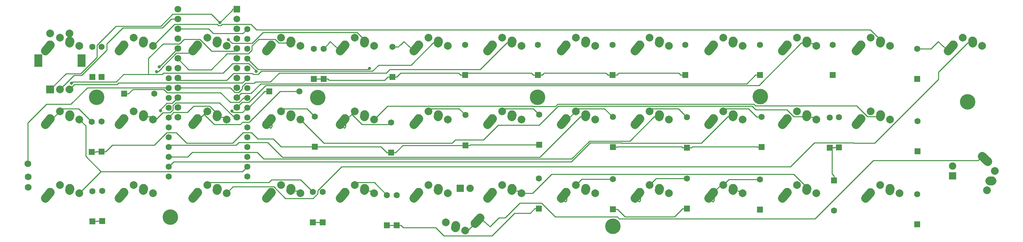
<source format=gtl>
G04 #@! TF.GenerationSoftware,KiCad,Pcbnew,(5.1.5)-3*
G04 #@! TF.CreationDate,2020-01-08T01:13:46+02:00*
G04 #@! TF.ProjectId,PRKL30,50524b4c-3330-42e6-9b69-6361645f7063,rev?*
G04 #@! TF.SameCoordinates,Original*
G04 #@! TF.FileFunction,Copper,L1,Top*
G04 #@! TF.FilePolarity,Positive*
%FSLAX46Y46*%
G04 Gerber Fmt 4.6, Leading zero omitted, Abs format (unit mm)*
G04 Created by KiCad (PCBNEW (5.1.5)-3) date 2020-01-08 01:13:46*
%MOMM*%
%LPD*%
G04 APERTURE LIST*
%ADD10C,1.600000*%
%ADD11R,1.600000X1.600000*%
%ADD12C,1.752600*%
%ADD13R,1.752600X1.752600*%
%ADD14C,2.250000*%
%ADD15C,2.250000*%
%ADD16C,2.000000*%
%ADD17C,1.905000*%
%ADD18R,1.905000X1.905000*%
%ADD19R,2.000000X2.000000*%
%ADD20R,2.000000X3.200000*%
%ADD21C,4.000000*%
%ADD22C,0.800000*%
%ADD23C,0.250000*%
G04 APERTURE END LIST*
D10*
X90005000Y-68710000D03*
X90005000Y-71250000D03*
X90005000Y-73790000D03*
X90005000Y-76330000D03*
X90005000Y-78870000D03*
X90005000Y-81410000D03*
X90005000Y-83950000D03*
X90005000Y-86490000D03*
X90005000Y-89030000D03*
X90005000Y-96650000D03*
X90005000Y-91570000D03*
X90005000Y-94110000D03*
X110325000Y-58550000D03*
X110325000Y-61090000D03*
X110325000Y-63630000D03*
X110325000Y-66170000D03*
X110325000Y-68710000D03*
X110325000Y-71250000D03*
X110325000Y-73790000D03*
X110325000Y-76330000D03*
X110325000Y-78870000D03*
X110325000Y-81410000D03*
X110325000Y-83950000D03*
X110325000Y-86490000D03*
X110325000Y-89030000D03*
X110325000Y-91570000D03*
X110325000Y-94110000D03*
X110325000Y-96650000D03*
X127508000Y-63664000D03*
D11*
X127508000Y-71464000D03*
D12*
X92380000Y-53430000D03*
X107620000Y-81370000D03*
X92380000Y-55970000D03*
X92380000Y-58510000D03*
X92380000Y-61050000D03*
X92380000Y-63590000D03*
X92380000Y-66130000D03*
X92380000Y-68670000D03*
X92380000Y-71210000D03*
X92380000Y-73750000D03*
X92380000Y-76290000D03*
X92380000Y-78830000D03*
X92380000Y-81370000D03*
X107620000Y-78830000D03*
X107620000Y-76290000D03*
X107620000Y-73750000D03*
X107620000Y-71210000D03*
X107620000Y-68670000D03*
X107620000Y-66130000D03*
X107620000Y-63590000D03*
X107620000Y-61050000D03*
X107620000Y-58510000D03*
X107620000Y-55970000D03*
D13*
X107620000Y-53430000D03*
D10*
X70300000Y-63156000D03*
D11*
X70300000Y-70956000D03*
D10*
X72644000Y-63156000D03*
D11*
X72644000Y-70956000D03*
D10*
X86300000Y-75300000D03*
D11*
X78500000Y-75300000D03*
D10*
X130048000Y-63664000D03*
D11*
X130048000Y-71464000D03*
X147828000Y-70956000D03*
D10*
X147828000Y-63156000D03*
D11*
X166624000Y-70448000D03*
D10*
X166624000Y-62648000D03*
D11*
X185420000Y-70448000D03*
D10*
X185420000Y-62648000D03*
D11*
X204724000Y-70448000D03*
D10*
X204724000Y-62648000D03*
D11*
X223520000Y-70448000D03*
D10*
X223520000Y-62648000D03*
D11*
X242824000Y-70448000D03*
D10*
X242824000Y-62648000D03*
D11*
X261620000Y-70448000D03*
D10*
X261620000Y-62648000D03*
D11*
X283464000Y-71464000D03*
D10*
X283464000Y-63664000D03*
D11*
X70104000Y-90311000D03*
D10*
X70104000Y-82511000D03*
D11*
X72644000Y-90260000D03*
D10*
X72644000Y-82460000D03*
D11*
X115988000Y-74676000D03*
D10*
X123788000Y-74676000D03*
D11*
X127800000Y-89000000D03*
D10*
X127800000Y-81200000D03*
D11*
X147530000Y-90530000D03*
D10*
X147530000Y-82730000D03*
D11*
X166700000Y-88600000D03*
D10*
X166700000Y-80800000D03*
D11*
X185800000Y-88500000D03*
D10*
X185800000Y-80700000D03*
X204800000Y-81300000D03*
D11*
X204800000Y-89100000D03*
D10*
X224000000Y-81400000D03*
D11*
X224000000Y-89200000D03*
D10*
X243300000Y-81300000D03*
D11*
X243300000Y-89100000D03*
D10*
X260880000Y-81410000D03*
D11*
X260880000Y-89210000D03*
D10*
X263260000Y-81350000D03*
D11*
X263260000Y-89150000D03*
D10*
X70300000Y-100500000D03*
D11*
X70300000Y-108300000D03*
D10*
X72800000Y-100400000D03*
D11*
X72800000Y-108200000D03*
D10*
X127300000Y-100700000D03*
D11*
X127300000Y-108500000D03*
D10*
X129800000Y-100700000D03*
D11*
X129800000Y-108500000D03*
D10*
X146420000Y-101480000D03*
D11*
X146420000Y-109280000D03*
D10*
X148930000Y-101500000D03*
D11*
X148930000Y-109300000D03*
D10*
X185740000Y-97210000D03*
D11*
X185740000Y-105010000D03*
D10*
X204870000Y-97380000D03*
D11*
X204870000Y-105180000D03*
D10*
X224000000Y-97210000D03*
D11*
X224000000Y-105010000D03*
X242850000Y-105260000D03*
D10*
X242850000Y-97460000D03*
D11*
X261980000Y-97665000D03*
D10*
X261980000Y-105465000D03*
D11*
X283464000Y-109056000D03*
D10*
X283464000Y-101256000D03*
D14*
X164188000Y-109275000D02*
X164148458Y-109855032D01*
D15*
X164148000Y-109855000D03*
D14*
X170498000Y-107315000D02*
X169188010Y-108775008D01*
D15*
X169188000Y-108775000D03*
D16*
X161688000Y-108575000D03*
X166688000Y-110675000D03*
D17*
X167958000Y-99695000D03*
D18*
X165418000Y-99695000D03*
D19*
X59412500Y-74175000D03*
D16*
X61912500Y-74175000D03*
X64412500Y-74175000D03*
D20*
X56312500Y-66675000D03*
X67512500Y-66675000D03*
D16*
X59412500Y-59675000D03*
X64412500Y-59675000D03*
D14*
X302200000Y-97750000D02*
X302780032Y-97789542D01*
D15*
X302780000Y-97790000D03*
D14*
X300240000Y-91440000D02*
X301700008Y-92749990D01*
D15*
X301700000Y-92750000D03*
D16*
X301500000Y-100250000D03*
X303600000Y-95250000D03*
D17*
X292620000Y-93980000D03*
D18*
X292620000Y-96520000D03*
D14*
X64412500Y-62175000D02*
X64452042Y-61594968D01*
D15*
X64452500Y-61595000D03*
D14*
X58102500Y-64135000D02*
X59412490Y-62674992D01*
D15*
X59412500Y-62675000D03*
D16*
X66912500Y-62875000D03*
X61912500Y-60775000D03*
X80962500Y-60775000D03*
X85962500Y-62875000D03*
D15*
X78462500Y-62675000D03*
D14*
X77152500Y-64135000D02*
X78462490Y-62674992D01*
D15*
X83502500Y-61595000D03*
D14*
X83462500Y-62175000D02*
X83502042Y-61594968D01*
X102512000Y-62175000D02*
X102551542Y-61594968D01*
D15*
X102552000Y-61595000D03*
D14*
X96202000Y-64135000D02*
X97511990Y-62674992D01*
D15*
X97512000Y-62675000D03*
D16*
X105012000Y-62875000D03*
X100012000Y-60775000D03*
X119062000Y-60775000D03*
X124062000Y-62875000D03*
D15*
X116562000Y-62675000D03*
D14*
X115252000Y-64135000D02*
X116561990Y-62674992D01*
D15*
X121602000Y-61595000D03*
D14*
X121562000Y-62175000D02*
X121601542Y-61594968D01*
D16*
X138112000Y-60775000D03*
X143112000Y-62875000D03*
D15*
X135612000Y-62675000D03*
D14*
X134302000Y-64135000D02*
X135611990Y-62674992D01*
D15*
X140652000Y-61595000D03*
D14*
X140612000Y-62175000D02*
X140651542Y-61594968D01*
D16*
X157162000Y-60775000D03*
X162162000Y-62875000D03*
D15*
X154662000Y-62675000D03*
D14*
X153352000Y-64135000D02*
X154661990Y-62674992D01*
D15*
X159702000Y-61595000D03*
D14*
X159662000Y-62175000D02*
X159701542Y-61594968D01*
D16*
X176212000Y-60775000D03*
X181212000Y-62875000D03*
D15*
X173712000Y-62675000D03*
D14*
X172402000Y-64135000D02*
X173711990Y-62674992D01*
D15*
X178752000Y-61595000D03*
D14*
X178712000Y-62175000D02*
X178751542Y-61594968D01*
D16*
X195262000Y-60775000D03*
X200262000Y-62875000D03*
D15*
X192762000Y-62675000D03*
D14*
X191452000Y-64135000D02*
X192761990Y-62674992D01*
D15*
X197802000Y-61595000D03*
D14*
X197762000Y-62175000D02*
X197801542Y-61594968D01*
D16*
X214312000Y-60775000D03*
X219312000Y-62875000D03*
D15*
X211812000Y-62675000D03*
D14*
X210502000Y-64135000D02*
X211811990Y-62674992D01*
D15*
X216852000Y-61595000D03*
D14*
X216812000Y-62175000D02*
X216851542Y-61594968D01*
X235862000Y-62175000D02*
X235901542Y-61594968D01*
D15*
X235902000Y-61595000D03*
D14*
X229552000Y-64135000D02*
X230861990Y-62674992D01*
D15*
X230862000Y-62675000D03*
D16*
X238362000Y-62875000D03*
X233362000Y-60775000D03*
X252412000Y-60775000D03*
X257412000Y-62875000D03*
D15*
X249912000Y-62675000D03*
D14*
X248602000Y-64135000D02*
X249911990Y-62674992D01*
D15*
X254952000Y-61595000D03*
D14*
X254912000Y-62175000D02*
X254951542Y-61594968D01*
D16*
X271462000Y-60775000D03*
X276462000Y-62875000D03*
D15*
X268962000Y-62675000D03*
D14*
X267652000Y-64135000D02*
X268961990Y-62674992D01*
D15*
X274002000Y-61595000D03*
D14*
X273962000Y-62175000D02*
X274001542Y-61594968D01*
D16*
X61912500Y-79825000D03*
X66912500Y-81925000D03*
D15*
X59412500Y-81725000D03*
D14*
X58102500Y-83185000D02*
X59412490Y-81724992D01*
D15*
X64452500Y-80645000D03*
D14*
X64412500Y-81225000D02*
X64452042Y-80644968D01*
D16*
X80962500Y-79825000D03*
X85962500Y-81925000D03*
D15*
X78462500Y-81725000D03*
D14*
X77152500Y-83185000D02*
X78462490Y-81724992D01*
D15*
X83502500Y-80645000D03*
D14*
X83462500Y-81225000D02*
X83502042Y-80644968D01*
D16*
X100012000Y-79825000D03*
X105012000Y-81925000D03*
D15*
X97512000Y-81725000D03*
D14*
X96202000Y-83185000D02*
X97511990Y-81724992D01*
D15*
X102552000Y-80645000D03*
D14*
X102512000Y-81225000D02*
X102551542Y-80644968D01*
D16*
X119062000Y-79825000D03*
X124062000Y-81925000D03*
D15*
X116562000Y-81725000D03*
D14*
X115252000Y-83185000D02*
X116561990Y-81724992D01*
D15*
X121602000Y-80645000D03*
D14*
X121562000Y-81225000D02*
X121601542Y-80644968D01*
D16*
X138112000Y-79825000D03*
X143112000Y-81925000D03*
D15*
X135612000Y-81725000D03*
D14*
X134302000Y-83185000D02*
X135611990Y-81724992D01*
D15*
X140652000Y-80645000D03*
D14*
X140612000Y-81225000D02*
X140651542Y-80644968D01*
D16*
X157162000Y-79825000D03*
X162162000Y-81925000D03*
D15*
X154662000Y-81725000D03*
D14*
X153352000Y-83185000D02*
X154661990Y-81724992D01*
D15*
X159702000Y-80645000D03*
D14*
X159662000Y-81225000D02*
X159701542Y-80644968D01*
D16*
X176212000Y-79825000D03*
X181212000Y-81925000D03*
D15*
X173712000Y-81725000D03*
D14*
X172402000Y-83185000D02*
X173711990Y-81724992D01*
D15*
X178752000Y-80645000D03*
D14*
X178712000Y-81225000D02*
X178751542Y-80644968D01*
D16*
X195262000Y-79825000D03*
X200262000Y-81925000D03*
D15*
X192762000Y-81725000D03*
D14*
X191452000Y-83185000D02*
X192761990Y-81724992D01*
D15*
X197802000Y-80645000D03*
D14*
X197762000Y-81225000D02*
X197801542Y-80644968D01*
X216812000Y-81225000D02*
X216851542Y-80644968D01*
D15*
X216852000Y-80645000D03*
D14*
X210502000Y-83185000D02*
X211811990Y-81724992D01*
D15*
X211812000Y-81725000D03*
D16*
X219312000Y-81925000D03*
X214312000Y-79825000D03*
D14*
X235862000Y-81225000D02*
X235901542Y-80644968D01*
D15*
X235902000Y-80645000D03*
D14*
X229552000Y-83185000D02*
X230861990Y-81724992D01*
D15*
X230862000Y-81725000D03*
D16*
X238362000Y-81925000D03*
X233362000Y-79825000D03*
D14*
X254912000Y-81225000D02*
X254951542Y-80644968D01*
D15*
X254952000Y-80645000D03*
D14*
X248602000Y-83185000D02*
X249911990Y-81724992D01*
D15*
X249912000Y-81725000D03*
D16*
X257412000Y-81925000D03*
X252412000Y-79825000D03*
D14*
X273962000Y-81225000D02*
X274001542Y-80644968D01*
D15*
X274002000Y-80645000D03*
D14*
X267652000Y-83185000D02*
X268961990Y-81724992D01*
D15*
X268962000Y-81725000D03*
D16*
X276462000Y-81925000D03*
X271462000Y-79825000D03*
D14*
X64412500Y-100275000D02*
X64452042Y-99694968D01*
D15*
X64452500Y-99695000D03*
D14*
X58102500Y-102235000D02*
X59412490Y-100774992D01*
D15*
X59412500Y-100775000D03*
D16*
X66912500Y-100975000D03*
X61912500Y-98875000D03*
D14*
X83462500Y-100275000D02*
X83502042Y-99694968D01*
D15*
X83502500Y-99695000D03*
D14*
X77152500Y-102235000D02*
X78462490Y-100774992D01*
D15*
X78462500Y-100775000D03*
D16*
X85962500Y-100975000D03*
X80962500Y-98875000D03*
D14*
X102512000Y-100275000D02*
X102551542Y-99694968D01*
D15*
X102552000Y-99695000D03*
D14*
X96202000Y-102235000D02*
X97511990Y-100774992D01*
D15*
X97512000Y-100775000D03*
D16*
X105012000Y-100975000D03*
X100012000Y-98875000D03*
D14*
X121562000Y-100275000D02*
X121601542Y-99694968D01*
D15*
X121602000Y-99695000D03*
D14*
X115252000Y-102235000D02*
X116561990Y-100774992D01*
D15*
X116562000Y-100775000D03*
D16*
X124062000Y-100975000D03*
X119062000Y-98875000D03*
D14*
X140612000Y-100275000D02*
X140651542Y-99694968D01*
D15*
X140652000Y-99695000D03*
D14*
X134302000Y-102235000D02*
X135611990Y-100774992D01*
D15*
X135612000Y-100775000D03*
D16*
X143112000Y-100975000D03*
X138112000Y-98875000D03*
X157162000Y-98875000D03*
X162162000Y-100975000D03*
D15*
X154662000Y-100775000D03*
D14*
X153352000Y-102235000D02*
X154661990Y-100774992D01*
D15*
X159702000Y-99695000D03*
D14*
X159662000Y-100275000D02*
X159701542Y-99694968D01*
X178712000Y-100275000D02*
X178751542Y-99694968D01*
D15*
X178752000Y-99695000D03*
D14*
X172402000Y-102235000D02*
X173711990Y-100774992D01*
D15*
X173712000Y-100775000D03*
D16*
X181212000Y-100975000D03*
X176212000Y-98875000D03*
D14*
X197762000Y-100275000D02*
X197801542Y-99694968D01*
D15*
X197802000Y-99695000D03*
D14*
X191452000Y-102235000D02*
X192761990Y-100774992D01*
D15*
X192762000Y-100775000D03*
D16*
X200262000Y-100975000D03*
X195262000Y-98875000D03*
D14*
X216812000Y-100275000D02*
X216851542Y-99694968D01*
D15*
X216852000Y-99695000D03*
D14*
X210502000Y-102235000D02*
X211811990Y-100774992D01*
D15*
X211812000Y-100775000D03*
D16*
X219312000Y-100975000D03*
X214312000Y-98875000D03*
D14*
X235862000Y-100275000D02*
X235901542Y-99694968D01*
D15*
X235902000Y-99695000D03*
D14*
X229552000Y-102235000D02*
X230861990Y-100774992D01*
D15*
X230862000Y-100775000D03*
D16*
X238362000Y-100975000D03*
X233362000Y-98875000D03*
D14*
X254912000Y-100275000D02*
X254951542Y-99694968D01*
D15*
X254952000Y-99695000D03*
D14*
X248602000Y-102235000D02*
X249911990Y-100774992D01*
D15*
X249912000Y-100775000D03*
D16*
X257412000Y-100975000D03*
X252412000Y-98875000D03*
D14*
X276400000Y-100300000D02*
X276439542Y-99719968D01*
D15*
X276440000Y-99720000D03*
D14*
X270090000Y-102260000D02*
X271399990Y-100799992D01*
D15*
X271400000Y-100800000D03*
D16*
X278900000Y-101000000D03*
X273900000Y-98900000D03*
D14*
X297775000Y-62175000D02*
X297814542Y-61594968D01*
D15*
X297815000Y-61595000D03*
D14*
X291465000Y-64135000D02*
X292774990Y-62674992D01*
D15*
X292775000Y-62675000D03*
D16*
X300275000Y-62875000D03*
X295275000Y-60775000D03*
D11*
X283600000Y-90200000D03*
D10*
X283600000Y-82400000D03*
D12*
X53700000Y-96800000D03*
X53700000Y-99500000D03*
X53600000Y-93400000D03*
D21*
X71420000Y-76220000D03*
X128520000Y-76250000D03*
X185390000Y-76190000D03*
X90450000Y-107200000D03*
X242900000Y-76030000D03*
X204810000Y-109540000D03*
X296510000Y-77420000D03*
D22*
X86867100Y-69561900D03*
X106372500Y-79788700D03*
X87539600Y-68319300D03*
X105451300Y-61271900D03*
X87875200Y-79648900D03*
X103232700Y-56909900D03*
X141942500Y-68717200D03*
X64896400Y-72548300D03*
X112597300Y-69480500D03*
D23*
X86867100Y-69561900D02*
X87322800Y-69561900D01*
X87322800Y-69561900D02*
X88264900Y-68619800D01*
X88264900Y-68619800D02*
X88264900Y-68545800D01*
X88264900Y-68545800D02*
X92019000Y-64791700D01*
X92019000Y-64791700D02*
X95545300Y-64791700D01*
X95545300Y-64791700D02*
X96202000Y-64135000D01*
X134302000Y-64135000D02*
X131738200Y-61834700D01*
X130048000Y-63664000D02*
X131361200Y-62350800D01*
X131361200Y-62350800D02*
X131361200Y-62211700D01*
X131361200Y-62211700D02*
X131738200Y-61834700D01*
X150788200Y-61834700D02*
X149945500Y-62677400D01*
X149945500Y-62677400D02*
X149840100Y-62677400D01*
X149840100Y-62677400D02*
X149361500Y-63156000D01*
X149361500Y-63156000D02*
X147828000Y-63156000D01*
X153352000Y-64135000D02*
X150788200Y-61834700D01*
X291465000Y-64135000D02*
X288901200Y-61834700D01*
X283464000Y-63664000D02*
X287071900Y-63664000D01*
X287071900Y-63664000D02*
X288901200Y-61834700D01*
X61912500Y-79825000D02*
X62552300Y-79185200D01*
X62552300Y-79185200D02*
X66778200Y-79185200D01*
X66778200Y-79185200D02*
X70104000Y-82511000D01*
X59412500Y-81725000D02*
X60012500Y-81725000D01*
X60012500Y-81725000D02*
X61912500Y-79825000D01*
X99211900Y-80625100D02*
X100012000Y-79825000D01*
X97512000Y-81725000D02*
X98112000Y-81725000D01*
X98112000Y-81725000D02*
X99211900Y-80625100D01*
X99211900Y-80625100D02*
X101837100Y-83250400D01*
X101837100Y-83250400D02*
X108488300Y-83250400D01*
X108488300Y-83250400D02*
X109139000Y-82599700D01*
X109139000Y-82599700D02*
X110893900Y-82599700D01*
X110893900Y-82599700D02*
X118817600Y-74676000D01*
X118817600Y-74676000D02*
X123788000Y-74676000D01*
X115252000Y-83185000D02*
X116345900Y-84166500D01*
X116345900Y-84166500D02*
X116724600Y-83787800D01*
X116724600Y-83787800D02*
X116724600Y-82561300D01*
X116724600Y-82561300D02*
X116562000Y-82398700D01*
X116562000Y-82398700D02*
X116562000Y-81725000D01*
X119062000Y-79825000D02*
X119721800Y-79165200D01*
X119721800Y-79165200D02*
X125765200Y-79165200D01*
X125765200Y-79165200D02*
X127800000Y-81200000D01*
X137328500Y-80608500D02*
X138112000Y-79825000D01*
X135612000Y-81725000D02*
X136212000Y-81725000D01*
X136212000Y-81725000D02*
X137328500Y-80608500D01*
X137328500Y-80608500D02*
X139984900Y-83265000D01*
X139984900Y-83265000D02*
X146995000Y-83265000D01*
X146995000Y-83265000D02*
X147530000Y-82730000D01*
X135395900Y-84166500D02*
X135774600Y-83787800D01*
X135774600Y-83787800D02*
X135774600Y-82561300D01*
X135774600Y-82561300D02*
X135612000Y-82398700D01*
X135612000Y-82398700D02*
X135612000Y-81725000D01*
X134302000Y-83185000D02*
X135395900Y-84166500D01*
X157162000Y-79825000D02*
X157816900Y-79170100D01*
X157816900Y-79170100D02*
X165070100Y-79170100D01*
X165070100Y-79170100D02*
X166700000Y-80800000D01*
X176212000Y-79825000D02*
X176852600Y-79184400D01*
X176852600Y-79184400D02*
X184284400Y-79184400D01*
X184284400Y-79184400D02*
X185800000Y-80700000D01*
X195262000Y-79825000D02*
X195944100Y-79142900D01*
X195944100Y-79142900D02*
X202642900Y-79142900D01*
X202642900Y-79142900D02*
X204800000Y-81300000D01*
X192762000Y-81725000D02*
X193362000Y-81725000D01*
X193362000Y-81725000D02*
X195262000Y-79825000D01*
X214312000Y-79825000D02*
X214951000Y-79186000D01*
X214951000Y-79186000D02*
X221786000Y-79186000D01*
X221786000Y-79186000D02*
X224000000Y-81400000D01*
X233362000Y-79825000D02*
X234009000Y-79178000D01*
X234009000Y-79178000D02*
X239904200Y-79178000D01*
X239904200Y-79178000D02*
X242026200Y-81300000D01*
X242026200Y-81300000D02*
X243300000Y-81300000D01*
X100012000Y-98875000D02*
X100707600Y-98179400D01*
X100707600Y-98179400D02*
X115963500Y-98179400D01*
X115963500Y-98179400D02*
X116595300Y-97547600D01*
X116595300Y-97547600D02*
X124147600Y-97547600D01*
X124147600Y-97547600D02*
X127300000Y-100700000D01*
X138112000Y-98875000D02*
X138758800Y-98228200D01*
X138758800Y-98228200D02*
X143168200Y-98228200D01*
X143168200Y-98228200D02*
X146420000Y-101480000D01*
X191452000Y-102235000D02*
X192545900Y-103216500D01*
X192762000Y-100775000D02*
X192762000Y-101448700D01*
X192762000Y-101448700D02*
X192924600Y-101611300D01*
X192924600Y-101611300D02*
X192924600Y-102837800D01*
X192924600Y-102837800D02*
X192545900Y-103216500D01*
X195262000Y-98875000D02*
X196757000Y-97380000D01*
X196757000Y-97380000D02*
X204870000Y-97380000D01*
X214312000Y-98875000D02*
X215977000Y-97210000D01*
X215977000Y-97210000D02*
X224000000Y-97210000D01*
X210502000Y-102235000D02*
X211595900Y-103216500D01*
X211812000Y-100775000D02*
X211812000Y-101448700D01*
X211812000Y-101448700D02*
X211974600Y-101611300D01*
X211974600Y-101611300D02*
X211974600Y-102837800D01*
X211974600Y-102837800D02*
X211595900Y-103216500D01*
X229552000Y-102235000D02*
X230645900Y-103216500D01*
X230862000Y-100775000D02*
X230862000Y-101448700D01*
X230862000Y-101448700D02*
X231024600Y-101611300D01*
X231024600Y-101611300D02*
X231024600Y-102837800D01*
X231024600Y-102837800D02*
X230645900Y-103216500D01*
X233362000Y-98875000D02*
X232762000Y-98875000D01*
X232762000Y-98875000D02*
X230862000Y-100775000D01*
X242850000Y-97460000D02*
X234777000Y-97460000D01*
X234777000Y-97460000D02*
X233362000Y-98875000D01*
X79625300Y-75300000D02*
X80762400Y-74162900D01*
X80762400Y-74162900D02*
X88786500Y-74162900D01*
X88786500Y-74162900D02*
X89643600Y-75020000D01*
X89643600Y-75020000D02*
X103441800Y-75020000D01*
X103441800Y-75020000D02*
X105918300Y-77496500D01*
X105918300Y-77496500D02*
X108214800Y-77496500D01*
X108214800Y-77496500D02*
X109381300Y-76330000D01*
X109381300Y-76330000D02*
X110325000Y-76330000D01*
X147828000Y-70956000D02*
X146702700Y-70956000D01*
X130048000Y-71464000D02*
X131173300Y-71464000D01*
X131173300Y-71464000D02*
X131525400Y-71816100D01*
X131525400Y-71816100D02*
X145842600Y-71816100D01*
X145842600Y-71816100D02*
X146702700Y-70956000D01*
X127508000Y-71464000D02*
X130048000Y-71464000D01*
X185420000Y-70448000D02*
X184294700Y-70448000D01*
X166411700Y-70448000D02*
X166942900Y-69916800D01*
X166942900Y-69916800D02*
X183763500Y-69916800D01*
X183763500Y-69916800D02*
X184294700Y-70448000D01*
X166411700Y-70448000D02*
X166199300Y-70448000D01*
X166624000Y-70448000D02*
X166411700Y-70448000D01*
X204724000Y-70448000D02*
X203598700Y-70448000D01*
X185420000Y-70448000D02*
X186545300Y-70448000D01*
X186545300Y-70448000D02*
X187052400Y-69940900D01*
X187052400Y-69940900D02*
X203091600Y-69940900D01*
X203091600Y-69940900D02*
X203598700Y-70448000D01*
X223520000Y-70448000D02*
X222394700Y-70448000D01*
X204724000Y-70448000D02*
X205849300Y-70448000D01*
X205849300Y-70448000D02*
X206356400Y-69940900D01*
X206356400Y-69940900D02*
X221887600Y-69940900D01*
X221887600Y-69940900D02*
X222394700Y-70448000D01*
X166061400Y-70448000D02*
X165498700Y-70448000D01*
X166061400Y-70448000D02*
X166199300Y-70448000D01*
X78500000Y-75300000D02*
X79625300Y-75300000D01*
X147828000Y-70956000D02*
X148953300Y-70956000D01*
X165498700Y-70448000D02*
X165000400Y-69949700D01*
X165000400Y-69949700D02*
X149959600Y-69949700D01*
X149959600Y-69949700D02*
X148953300Y-70956000D01*
X110325000Y-78870000D02*
X109095000Y-80100000D01*
X109095000Y-80100000D02*
X106683800Y-80100000D01*
X106683800Y-80100000D02*
X106372500Y-79788700D01*
X114862700Y-74676000D02*
X110668700Y-78870000D01*
X110668700Y-78870000D02*
X110325000Y-78870000D01*
X72644000Y-90260000D02*
X73769300Y-90260000D01*
X127800000Y-89000000D02*
X119057000Y-89000000D01*
X119057000Y-89000000D02*
X117017000Y-86960000D01*
X117017000Y-86960000D02*
X113071700Y-86960000D01*
X113071700Y-86960000D02*
X111473100Y-85361400D01*
X111473100Y-85361400D02*
X109229300Y-85361400D01*
X109229300Y-85361400D02*
X106546400Y-88044300D01*
X106546400Y-88044300D02*
X94649600Y-88044300D01*
X94649600Y-88044300D02*
X91937700Y-85332400D01*
X91937700Y-85332400D02*
X89545800Y-85332400D01*
X89545800Y-85332400D02*
X86340100Y-88538100D01*
X86340100Y-88538100D02*
X75491200Y-88538100D01*
X75491200Y-88538100D02*
X73769300Y-90260000D01*
X128362700Y-89000000D02*
X127800000Y-89000000D01*
X128362700Y-89000000D02*
X128925300Y-89000000D01*
X128925300Y-89000000D02*
X128941600Y-88983700D01*
X128941600Y-88983700D02*
X144858400Y-88983700D01*
X144858400Y-88983700D02*
X146404700Y-90530000D01*
X115988000Y-74676000D02*
X114862700Y-74676000D01*
X71229300Y-90311000D02*
X71280300Y-90260000D01*
X71280300Y-90260000D02*
X72644000Y-90260000D01*
X185800000Y-88500000D02*
X167925300Y-88500000D01*
X167925300Y-88500000D02*
X167825300Y-88600000D01*
X222874700Y-89200000D02*
X222654900Y-88980200D01*
X222654900Y-88980200D02*
X206045100Y-88980200D01*
X206045100Y-88980200D02*
X205925300Y-89100000D01*
X166700000Y-88600000D02*
X167825300Y-88600000D01*
X204800000Y-89100000D02*
X205925300Y-89100000D01*
X224000000Y-89200000D02*
X222874700Y-89200000D01*
X224562700Y-89200000D02*
X224000000Y-89200000D01*
X224562700Y-89200000D02*
X225125300Y-89200000D01*
X243300000Y-89100000D02*
X242174700Y-89100000D01*
X242174700Y-89100000D02*
X242050400Y-88975700D01*
X242050400Y-88975700D02*
X225349600Y-88975700D01*
X225349600Y-88975700D02*
X225125300Y-89200000D01*
X166700000Y-88600000D02*
X165574700Y-88600000D01*
X165574700Y-88600000D02*
X150585300Y-88600000D01*
X150585300Y-88600000D02*
X148655300Y-90530000D01*
X147530000Y-90530000D02*
X148655300Y-90530000D01*
X147530000Y-90530000D02*
X146404700Y-90530000D01*
X70104000Y-90311000D02*
X71229300Y-90311000D01*
X222874700Y-105010000D02*
X220755800Y-107128900D01*
X220755800Y-107128900D02*
X207944200Y-107128900D01*
X207944200Y-107128900D02*
X205995300Y-105180000D01*
X70300000Y-108300000D02*
X71425300Y-108300000D01*
X72800000Y-108200000D02*
X71525300Y-108200000D01*
X71525300Y-108200000D02*
X71425300Y-108300000D01*
X204870000Y-105180000D02*
X205995300Y-105180000D01*
X224000000Y-105010000D02*
X222874700Y-105010000D01*
X148930000Y-109300000D02*
X150055300Y-109300000D01*
X185740000Y-105010000D02*
X184614700Y-105010000D01*
X184614700Y-105010000D02*
X183489400Y-106135300D01*
X183489400Y-106135300D02*
X179435300Y-106135300D01*
X179435300Y-106135300D02*
X173567100Y-112003500D01*
X173567100Y-112003500D02*
X161110500Y-112003500D01*
X161110500Y-112003500D02*
X159007500Y-109900500D01*
X159007500Y-109900500D02*
X150655800Y-109900500D01*
X150655800Y-109900500D02*
X150055300Y-109300000D01*
X129800000Y-108500000D02*
X127300000Y-108500000D01*
X146420000Y-109280000D02*
X147545300Y-109280000D01*
X148930000Y-109300000D02*
X147565300Y-109300000D01*
X147565300Y-109300000D02*
X147545300Y-109280000D01*
X107620000Y-78830000D02*
X108994600Y-77455400D01*
X108994600Y-77455400D02*
X110795000Y-77455400D01*
X110795000Y-77455400D02*
X115099100Y-73151300D01*
X115099100Y-73151300D02*
X242582500Y-73151300D01*
X242582500Y-73151300D02*
X253558800Y-62175000D01*
X253558800Y-62175000D02*
X254912000Y-62175000D01*
X72507500Y-95380000D02*
X109055000Y-95380000D01*
X109055000Y-95380000D02*
X110325000Y-94110000D01*
X66912500Y-100975000D02*
X72507500Y-95380000D01*
X66912500Y-81925000D02*
X68588800Y-83601300D01*
X68588800Y-83601300D02*
X68588800Y-91461300D01*
X68588800Y-91461300D02*
X72507500Y-95380000D01*
X254912000Y-62175000D02*
X256385500Y-62275400D01*
X256385500Y-62275400D02*
X256812400Y-62275400D01*
X256812400Y-62275400D02*
X257412000Y-62875000D01*
X254912000Y-62175000D02*
X254912000Y-61635000D01*
X254912000Y-61635000D02*
X254952000Y-61595000D01*
X85962500Y-81925000D02*
X86722800Y-81925000D01*
X86722800Y-81925000D02*
X88507800Y-80140000D01*
X88507800Y-80140000D02*
X90409700Y-80140000D01*
X90409700Y-80140000D02*
X91158600Y-79391100D01*
X91158600Y-79391100D02*
X91158600Y-78348000D01*
X91158600Y-78348000D02*
X91881200Y-77625400D01*
X91881200Y-77625400D02*
X103183500Y-77625400D01*
X103183500Y-77625400D02*
X106928100Y-81370000D01*
X106928100Y-81370000D02*
X107620000Y-81370000D01*
X83502500Y-81205000D02*
X85242500Y-81205000D01*
X85242500Y-81205000D02*
X85962500Y-81925000D01*
X85962500Y-62875000D02*
X91544700Y-57292800D01*
X91544700Y-57292800D02*
X102589900Y-57292800D01*
X102589900Y-57292800D02*
X102932300Y-57635200D01*
X102932300Y-57635200D02*
X103533200Y-57635200D01*
X103533200Y-57635200D02*
X103868000Y-57300400D01*
X103868000Y-57300400D02*
X111265400Y-57300400D01*
X111265400Y-57300400D02*
X112754600Y-58789600D01*
X112754600Y-58789600D02*
X271395500Y-58789600D01*
X271395500Y-58789600D02*
X274002000Y-61396100D01*
X274002000Y-61396100D02*
X274002000Y-61595000D01*
X83462500Y-81225000D02*
X83482500Y-81205000D01*
X83482500Y-81205000D02*
X83502500Y-81205000D01*
X83502500Y-81205000D02*
X83502500Y-80645000D01*
X105012000Y-100975000D02*
X106662400Y-99324600D01*
X106662400Y-99324600D02*
X117186000Y-99324600D01*
X117186000Y-99324600D02*
X120180200Y-102318800D01*
X120180200Y-102318800D02*
X127336600Y-102318800D01*
X127336600Y-102318800D02*
X128550000Y-101105400D01*
X128550000Y-101105400D02*
X128550000Y-100326200D01*
X128550000Y-100326200D02*
X134716900Y-94159300D01*
X134716900Y-94159300D02*
X250755400Y-94159300D01*
X250755400Y-94159300D02*
X256940500Y-87974200D01*
X256940500Y-87974200D02*
X267052300Y-87974200D01*
X267052300Y-87974200D02*
X267127100Y-88049000D01*
X267127100Y-88049000D02*
X272447000Y-88049000D01*
X272447000Y-88049000D02*
X288988800Y-71507200D01*
X288988800Y-71507200D02*
X288988800Y-69681200D01*
X288988800Y-69681200D02*
X296495000Y-62175000D01*
X296495000Y-62175000D02*
X297775000Y-62175000D01*
X103985500Y-81325400D02*
X104412400Y-81325400D01*
X104412400Y-81325400D02*
X105012000Y-81925000D01*
X102552000Y-80645000D02*
X102512000Y-80685000D01*
X102512000Y-80685000D02*
X102512000Y-81225000D01*
X102552000Y-80645000D02*
X102552000Y-80420000D01*
X102552000Y-80420000D02*
X100631600Y-78499600D01*
X100631600Y-78499600D02*
X96434200Y-78499600D01*
X96434200Y-78499600D02*
X94833800Y-80100000D01*
X94833800Y-80100000D02*
X91315000Y-80100000D01*
X91315000Y-80100000D02*
X90005000Y-81410000D01*
X102512000Y-81225000D02*
X103985500Y-81325400D01*
X121602000Y-99695000D02*
X121562000Y-99735000D01*
X121562000Y-99735000D02*
X121562000Y-100275000D01*
X121562000Y-62175000D02*
X118493700Y-62175000D01*
X118493700Y-62175000D02*
X117540400Y-61221700D01*
X117540400Y-61221700D02*
X113287100Y-61221700D01*
X113287100Y-61221700D02*
X111568900Y-62939900D01*
X111568900Y-62939900D02*
X111568900Y-63981600D01*
X111568900Y-63981600D02*
X110622200Y-64928300D01*
X110622200Y-64928300D02*
X105117100Y-64928300D01*
X105117100Y-64928300D02*
X101001700Y-69043700D01*
X101001700Y-69043700D02*
X95198300Y-69043700D01*
X95198300Y-69043700D02*
X92380000Y-66225400D01*
X92380000Y-66225400D02*
X92380000Y-66130000D01*
X124062000Y-81925000D02*
X130202200Y-88065200D01*
X130202200Y-88065200D02*
X163246800Y-88065200D01*
X163246800Y-88065200D02*
X164099300Y-87212700D01*
X164099300Y-87212700D02*
X171371800Y-87212700D01*
X171371800Y-87212700D02*
X175188000Y-83396500D01*
X175188000Y-83396500D02*
X185818600Y-83396500D01*
X185818600Y-83396500D02*
X190730700Y-78484400D01*
X190730700Y-78484400D02*
X240803000Y-78484400D01*
X240803000Y-78484400D02*
X241731700Y-79413100D01*
X241731700Y-79413100D02*
X249772800Y-79413100D01*
X249772800Y-79413100D02*
X251584700Y-81225000D01*
X251584700Y-81225000D02*
X254912000Y-81225000D01*
X121562000Y-100275000D02*
X123035500Y-100375400D01*
X123035500Y-100375400D02*
X123462400Y-100375400D01*
X123462400Y-100375400D02*
X124062000Y-100975000D01*
X254912000Y-81225000D02*
X256385500Y-81325400D01*
X256385500Y-81325400D02*
X256812400Y-81325400D01*
X256812400Y-81325400D02*
X257412000Y-81925000D01*
X92380000Y-63590000D02*
X87650700Y-68319300D01*
X87650700Y-68319300D02*
X87539600Y-68319300D01*
X140652000Y-61595000D02*
X140652000Y-61382100D01*
X140652000Y-61382100D02*
X138719600Y-59449700D01*
X138719600Y-59449700D02*
X114422200Y-59449700D01*
X114422200Y-59449700D02*
X111620200Y-62251700D01*
X111620200Y-62251700D02*
X106431100Y-62251700D01*
X106431100Y-62251700D02*
X105451300Y-61271900D01*
X140612000Y-62175000D02*
X140612000Y-61635000D01*
X140612000Y-61635000D02*
X140652000Y-61595000D01*
X273962000Y-81225000D02*
X270634700Y-81225000D01*
X270634700Y-81225000D02*
X267829600Y-78419900D01*
X267829600Y-78419900D02*
X241693800Y-78419900D01*
X241693800Y-78419900D02*
X241288100Y-78014200D01*
X241288100Y-78014200D02*
X190564000Y-78014200D01*
X190564000Y-78014200D02*
X190025200Y-78553000D01*
X190025200Y-78553000D02*
X184289900Y-78553000D01*
X184289900Y-78553000D02*
X184225500Y-78488600D01*
X184225500Y-78488600D02*
X146548400Y-78488600D01*
X146548400Y-78488600D02*
X143112000Y-81925000D01*
X140652000Y-80645000D02*
X140612000Y-80685000D01*
X140612000Y-80685000D02*
X140612000Y-81225000D01*
X140612000Y-100275000D02*
X142085500Y-100375400D01*
X142085500Y-100375400D02*
X142512400Y-100375400D01*
X142512400Y-100375400D02*
X143112000Y-100975000D01*
X92380000Y-71210000D02*
X92994700Y-71824700D01*
X92994700Y-71824700D02*
X104993700Y-71824700D01*
X104993700Y-71824700D02*
X106827200Y-69991200D01*
X106827200Y-69991200D02*
X111649600Y-69991200D01*
X111649600Y-69991200D02*
X111910500Y-70252100D01*
X111910500Y-70252100D02*
X113156300Y-70252100D01*
X113156300Y-70252100D02*
X113963800Y-69444600D01*
X113963800Y-69444600D02*
X142721800Y-69444600D01*
X142721800Y-69444600D02*
X144291000Y-67875400D01*
X144291000Y-67875400D02*
X152657600Y-67875400D01*
X152657600Y-67875400D02*
X158358000Y-62175000D01*
X158358000Y-62175000D02*
X159662000Y-62175000D01*
X159662000Y-62175000D02*
X159662000Y-61635000D01*
X159662000Y-61635000D02*
X159702000Y-61595000D01*
X300240000Y-91440000D02*
X299258500Y-92533900D01*
X170498000Y-107315000D02*
X173061800Y-109615300D01*
X173061800Y-109615300D02*
X175362100Y-107315000D01*
X175362100Y-107315000D02*
X177013700Y-107315000D01*
X177013700Y-107315000D02*
X180757400Y-103571300D01*
X180757400Y-103571300D02*
X186361400Y-103571300D01*
X186361400Y-103571300D02*
X189914600Y-107124500D01*
X189914600Y-107124500D02*
X205995400Y-107124500D01*
X205995400Y-107124500D02*
X206454200Y-107583300D01*
X206454200Y-107583300D02*
X257073100Y-107583300D01*
X257073100Y-107583300D02*
X272122500Y-92533900D01*
X272122500Y-92533900D02*
X299258500Y-92533900D01*
X166688000Y-110675000D02*
X167288000Y-110675000D01*
X167288000Y-110675000D02*
X169188000Y-108775000D01*
X92380000Y-73750000D02*
X105920600Y-73750000D01*
X105920600Y-73750000D02*
X107124500Y-74953900D01*
X107124500Y-74953900D02*
X108124600Y-74953900D01*
X108124600Y-74953900D02*
X109006500Y-74072000D01*
X109006500Y-74072000D02*
X109006500Y-73516000D01*
X109006500Y-73516000D02*
X109927100Y-72595400D01*
X109927100Y-72595400D02*
X112140000Y-72595400D01*
X112140000Y-72595400D02*
X112503900Y-72231500D01*
X112503900Y-72231500D02*
X116310900Y-72231500D01*
X116310900Y-72231500D02*
X118647500Y-69894900D01*
X118647500Y-69894900D02*
X146252400Y-69894900D01*
X146252400Y-69894900D02*
X147151300Y-68996000D01*
X147151300Y-68996000D02*
X170587000Y-68996000D01*
X170587000Y-68996000D02*
X177408000Y-62175000D01*
X177408000Y-62175000D02*
X178712000Y-62175000D01*
X254952000Y-99695000D02*
X254952000Y-99455100D01*
X254952000Y-99455100D02*
X251576100Y-96079200D01*
X251576100Y-96079200D02*
X188985600Y-96079200D01*
X188985600Y-96079200D02*
X184089800Y-100975000D01*
X184089800Y-100975000D02*
X181212000Y-100975000D01*
X178712000Y-100275000D02*
X180185500Y-100375400D01*
X180185500Y-100375400D02*
X180612400Y-100375400D01*
X180612400Y-100375400D02*
X181212000Y-100975000D01*
X92380000Y-76290000D02*
X90925400Y-77744600D01*
X90925400Y-77744600D02*
X89501600Y-77744600D01*
X89501600Y-77744600D02*
X87875200Y-79371000D01*
X87875200Y-79371000D02*
X87875200Y-79648900D01*
X197762000Y-81225000D02*
X196421400Y-81225000D01*
X196421400Y-81225000D02*
X185991100Y-91655300D01*
X185991100Y-91655300D02*
X119369100Y-91655300D01*
X119369100Y-91655300D02*
X115599000Y-87885200D01*
X115599000Y-87885200D02*
X108146500Y-87885200D01*
X108146500Y-87885200D02*
X107464800Y-88566900D01*
X107464800Y-88566900D02*
X90468100Y-88566900D01*
X90468100Y-88566900D02*
X90005000Y-89030000D01*
X216812000Y-81225000D02*
X215508000Y-81225000D01*
X215508000Y-81225000D02*
X209221500Y-87511500D01*
X209221500Y-87511500D02*
X198784700Y-87511500D01*
X198784700Y-87511500D02*
X194149500Y-92146700D01*
X194149500Y-92146700D02*
X114618700Y-92146700D01*
X114618700Y-92146700D02*
X112888000Y-90416000D01*
X112888000Y-90416000D02*
X96116800Y-90416000D01*
X96116800Y-90416000D02*
X94962800Y-91570000D01*
X94962800Y-91570000D02*
X90005000Y-91570000D01*
X235862000Y-100275000D02*
X237335500Y-100375400D01*
X238362000Y-100975000D02*
X237935000Y-100975000D01*
X237935000Y-100975000D02*
X237335500Y-100375500D01*
X237335500Y-100375500D02*
X237335500Y-100375400D01*
X235862000Y-81225000D02*
X234558000Y-81225000D01*
X234558000Y-81225000D02*
X227738700Y-88044300D01*
X227738700Y-88044300D02*
X207139800Y-88044300D01*
X207139800Y-88044300D02*
X207070200Y-87974700D01*
X207070200Y-87974700D02*
X198958500Y-87974700D01*
X198958500Y-87974700D02*
X194093200Y-92840000D01*
X194093200Y-92840000D02*
X91275000Y-92840000D01*
X91275000Y-92840000D02*
X90005000Y-94110000D01*
X59412500Y-74175000D02*
X63524900Y-70062600D01*
X63524900Y-70062600D02*
X67263700Y-70062600D01*
X67263700Y-70062600D02*
X71472000Y-65854300D01*
X71472000Y-65854300D02*
X71472000Y-62703300D01*
X71472000Y-62703300D02*
X76383700Y-57791600D01*
X76383700Y-57791600D02*
X88011900Y-57791600D01*
X88011900Y-57791600D02*
X91081400Y-54722100D01*
X91081400Y-54722100D02*
X101044900Y-54722100D01*
X101044900Y-54722100D02*
X103232700Y-56909900D01*
X107620000Y-53430000D02*
X106418400Y-53430000D01*
X103232700Y-56909900D02*
X106418400Y-53724200D01*
X106418400Y-53724200D02*
X106418400Y-53430000D01*
X110325000Y-66170000D02*
X113149300Y-68994300D01*
X113149300Y-68994300D02*
X141665400Y-68994300D01*
X141665400Y-68994300D02*
X141942500Y-68717200D01*
X61912500Y-74175000D02*
X65547300Y-70540200D01*
X65547300Y-70540200D02*
X67502600Y-70540200D01*
X67502600Y-70540200D02*
X74019600Y-64023200D01*
X74019600Y-64023200D02*
X74019600Y-62356400D01*
X74019600Y-62356400D02*
X78134000Y-58242000D01*
X78134000Y-58242000D02*
X88396800Y-58242000D01*
X88396800Y-58242000D02*
X90668800Y-55970000D01*
X90668800Y-55970000D02*
X92380000Y-55970000D01*
X64412500Y-74175000D02*
X65657200Y-72930300D01*
X65657200Y-72930300D02*
X76629400Y-72930300D01*
X76629400Y-72930300D02*
X77079700Y-72480000D01*
X77079700Y-72480000D02*
X109095000Y-72480000D01*
X109095000Y-72480000D02*
X110325000Y-71250000D01*
X110325000Y-58550000D02*
X109163100Y-59711900D01*
X109163100Y-59711900D02*
X101562900Y-59711900D01*
X101562900Y-59711900D02*
X100361000Y-58510000D01*
X100361000Y-58510000D02*
X92380000Y-58510000D01*
X107620000Y-76290000D02*
X108731000Y-75179000D01*
X108731000Y-75179000D02*
X111311500Y-75179000D01*
X111311500Y-75179000D02*
X113789500Y-72701000D01*
X113789500Y-72701000D02*
X239445700Y-72701000D01*
X239445700Y-72701000D02*
X241698700Y-70448000D01*
X242824000Y-70448000D02*
X241698700Y-70448000D01*
X261980000Y-97665000D02*
X261980000Y-96539700D01*
X261442700Y-89210000D02*
X261442700Y-96002400D01*
X261442700Y-96002400D02*
X261980000Y-96539700D01*
X261442700Y-89210000D02*
X262005300Y-89210000D01*
X260880000Y-89210000D02*
X261442700Y-89210000D01*
X263260000Y-89150000D02*
X262065300Y-89150000D01*
X262065300Y-89150000D02*
X262005300Y-89210000D01*
X302780000Y-97790000D02*
X302240000Y-97790000D01*
X302240000Y-97790000D02*
X302200000Y-97750000D01*
X64896400Y-72548300D02*
X65189800Y-72254900D01*
X65189800Y-72254900D02*
X76442600Y-72254900D01*
X76442600Y-72254900D02*
X78386900Y-70310600D01*
X78386900Y-70310600D02*
X84792400Y-70310600D01*
X84792400Y-70310600D02*
X88304600Y-70310600D01*
X88304600Y-70310600D02*
X88665500Y-69949700D01*
X88665500Y-69949700D02*
X104044900Y-69949700D01*
X104044900Y-69949700D02*
X106554600Y-67440000D01*
X106554600Y-67440000D02*
X110658300Y-67440000D01*
X110658300Y-67440000D02*
X112597300Y-69379000D01*
X112597300Y-69379000D02*
X112597300Y-69480500D01*
X107620000Y-63590000D02*
X106969000Y-64241000D01*
X106969000Y-64241000D02*
X101132500Y-64241000D01*
X101132500Y-64241000D02*
X98106900Y-61215400D01*
X98106900Y-61215400D02*
X94009800Y-61215400D01*
X94009800Y-61215400D02*
X92836900Y-62388300D01*
X92836900Y-62388300D02*
X88554500Y-62388300D01*
X88554500Y-62388300D02*
X84792400Y-66150400D01*
X84792400Y-66150400D02*
X84792400Y-70310600D01*
X53600000Y-93400000D02*
X53600000Y-82828200D01*
X53600000Y-82828200D02*
X58465400Y-77962800D01*
X58465400Y-77962800D02*
X64750200Y-77962800D01*
X64750200Y-77962800D02*
X69011400Y-73701600D01*
X69011400Y-73701600D02*
X89916600Y-73701600D01*
X89916600Y-73701600D02*
X90005000Y-73790000D01*
M02*

</source>
